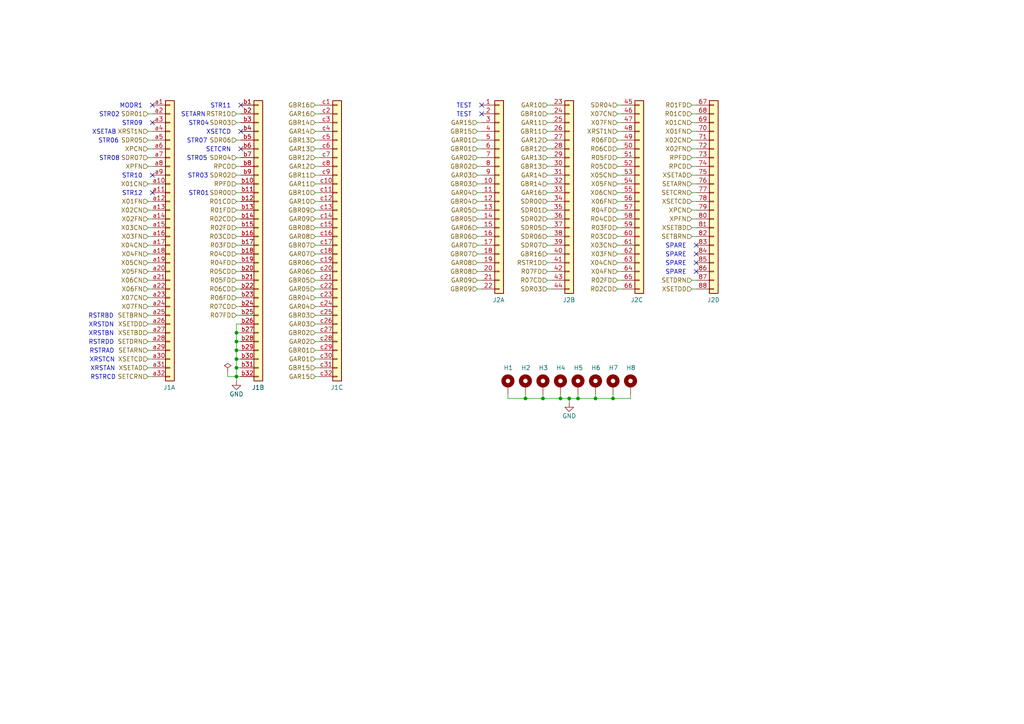
<source format=kicad_sch>
(kicad_sch (version 20211123) (generator eeschema)
  (paper "A4")
  (lib_symbols
    (symbol "Mechanical:MountingHole_Pad" (pin_numbers hide) (pin_names (offset 1.016) hide)
      (property "Reference" "H" (at 0 6.35 0))
      (property "Value" "MountingHole_Pad" (at 0 4.445 0))
      (symbol "MountingHole_Pad_1_1"
        (pin input line (at 0 -2.54 90) (length 2.54) (name "1") (number "1"))
      )
    )
    (symbol "lachesis:Conn_04x22" (pin_names (offset 1.016) hide)
      (property "Reference" "J" (at 0 30.48 0))
      (property "Value" "Conn_04x22" (at 0 -27.94 0))
      (symbol "Conn_04x22_1_1"
        (pin passive line (at -5.08 27.94 0) (length 3.81) (name "Pin_1") (number "1"))
        (pin passive line (at -5.08 5.08 0) (length 3.81) (name "Pin_10") (number "10"))
        (pin passive line (at -5.08 2.54 0) (length 3.81) (name "Pin_11") (number "11"))
        (pin passive line (at -5.08 0 0) (length 3.81) (name "Pin_12") (number "12"))
        (pin passive line (at -5.08 -2.54 0) (length 3.81) (name "Pin_13") (number "13"))
        (pin passive line (at -5.08 -5.08 0) (length 3.81) (name "Pin_14") (number "14"))
        (pin passive line (at -5.08 -7.62 0) (length 3.81) (name "Pin_15") (number "15"))
        (pin passive line (at -5.08 -10.16 0) (length 3.81) (name "Pin_16") (number "16"))
        (pin passive line (at -5.08 -12.7 0) (length 3.81) (name "Pin_17") (number "17"))
        (pin passive line (at -5.08 -15.24 0) (length 3.81) (name "Pin_18") (number "18"))
        (pin passive line (at -5.08 -17.78 0) (length 3.81) (name "Pin_19") (number "19"))
        (pin passive line (at -5.08 25.4 0) (length 3.81) (name "Pin_2") (number "2"))
        (pin passive line (at -5.08 -20.32 0) (length 3.81) (name "Pin_20") (number "20"))
        (pin passive line (at -5.08 -22.86 0) (length 3.81) (name "Pin_21") (number "21"))
        (pin passive line (at -5.08 -25.4 0) (length 3.81) (name "Pin_22") (number "22"))
        (pin passive line (at -5.08 22.86 0) (length 3.81) (name "Pin_3") (number "3"))
        (pin passive line (at -5.08 20.32 0) (length 3.81) (name "Pin_4") (number "4"))
        (pin passive line (at -5.08 17.78 0) (length 3.81) (name "Pin_5") (number "5"))
        (pin passive line (at -5.08 15.24 0) (length 3.81) (name "Pin_6") (number "6"))
        (pin passive line (at -5.08 12.7 0) (length 3.81) (name "Pin_7") (number "7"))
        (pin passive line (at -5.08 10.16 0) (length 3.81) (name "Pin_8") (number "8"))
        (pin passive line (at -5.08 7.62 0) (length 3.81) (name "Pin_9") (number "9"))
      )
      (symbol "Conn_04x22_2_1"
        (pin passive line (at -5.08 27.94 0) (length 3.81) (name "Pin_23") (number "23"))
        (pin passive line (at -5.08 25.4 0) (length 3.81) (name "Pin_24") (number "24"))
        (pin passive line (at -5.08 22.86 0) (length 3.81) (name "Pin_25") (number "25"))
        (pin passive line (at -5.08 20.32 0) (length 3.81) (name "Pin_26") (number "26"))
        (pin passive line (at -5.08 17.78 0) (length 3.81) (name "Pin_27") (number "27"))
        (pin passive line (at -5.08 15.24 0) (length 3.81) (name "Pin_28") (number "28"))
        (pin passive line (at -5.08 12.7 0) (length 3.81) (name "Pin_29") (number "29"))
        (pin passive line (at -5.08 10.16 0) (length 3.81) (name "Pin_30") (number "30"))
        (pin passive line (at -5.08 7.62 0) (length 3.81) (name "Pin_31") (number "31"))
        (pin passive line (at -5.08 5.08 0) (length 3.81) (name "Pin_32") (number "32"))
        (pin passive line (at -5.08 2.54 0) (length 3.81) (name "Pin_33") (number "33"))
        (pin passive line (at -5.08 0 0) (length 3.81) (name "Pin_34") (number "34"))
        (pin passive line (at -5.08 -2.54 0) (length 3.81) (name "Pin_35") (number "35"))
        (pin passive line (at -5.08 -5.08 0) (length 3.81) (name "Pin_36") (number "36"))
        (pin passive line (at -5.08 -7.62 0) (length 3.81) (name "Pin_37") (number "37"))
        (pin passive line (at -5.08 -10.16 0) (length 3.81) (name "Pin_38") (number "38"))
        (pin passive line (at -5.08 -12.7 0) (length 3.81) (name "Pin_39") (number "39"))
        (pin passive line (at -5.08 -15.24 0) (length 3.81) (name "Pin_40") (number "40"))
        (pin passive line (at -5.08 -17.78 0) (length 3.81) (name "Pin_41") (number "41"))
        (pin passive line (at -5.08 -20.32 0) (length 3.81) (name "Pin_42") (number "42"))
        (pin passive line (at -5.08 -22.86 0) (length 3.81) (name "Pin_43") (number "43"))
        (pin passive line (at -5.08 -25.4 0) (length 3.81) (name "Pin_44") (number "44"))
      )
      (symbol "Conn_04x22_3_1"
        (pin passive line (at -5.08 27.94 0) (length 3.81) (name "Pin_45") (number "45"))
        (pin passive line (at -5.08 25.4 0) (length 3.81) (name "Pin_46") (number "46"))
        (pin passive line (at -5.08 22.86 0) (length 3.81) (name "Pin_47") (number "47"))
        (pin passive line (at -5.08 20.32 0) (length 3.81) (name "Pin_48") (number "48"))
        (pin passive line (at -5.08 17.78 0) (length 3.81) (name "Pin_49") (number "49"))
        (pin passive line (at -5.08 15.24 0) (length 3.81) (name "Pin_50") (number "50"))
        (pin passive line (at -5.08 12.7 0) (length 3.81) (name "Pin_51") (number "51"))
        (pin passive line (at -5.08 10.16 0) (length 3.81) (name "Pin_52") (number "52"))
        (pin passive line (at -5.08 7.62 0) (length 3.81) (name "Pin_53") (number "53"))
        (pin passive line (at -5.08 5.08 0) (length 3.81) (name "Pin_54") (number "54"))
        (pin passive line (at -5.08 2.54 0) (length 3.81) (name "Pin_55") (number "55"))
        (pin passive line (at -5.08 0 0) (length 3.81) (name "Pin_56") (number "56"))
        (pin passive line (at -5.08 -2.54 0) (length 3.81) (name "Pin_57") (number "57"))
        (pin passive line (at -5.08 -5.08 0) (length 3.81) (name "Pin_58") (number "58"))
        (pin passive line (at -5.08 -7.62 0) (length 3.81) (name "Pin_59") (number "59"))
        (pin passive line (at -5.08 -10.16 0) (length 3.81) (name "Pin_60") (number "60"))
        (pin passive line (at -5.08 -12.7 0) (length 3.81) (name "Pin_61") (number "61"))
        (pin passive line (at -5.08 -15.24 0) (length 3.81) (name "Pin_62") (number "62"))
        (pin passive line (at -5.08 -17.78 0) (length 3.81) (name "Pin_63") (number "63"))
        (pin passive line (at -5.08 -20.32 0) (length 3.81) (name "Pin_64") (number "64"))
        (pin passive line (at -5.08 -22.86 0) (length 3.81) (name "Pin_65") (number "65"))
        (pin passive line (at -5.08 -25.4 0) (length 3.81) (name "Pin_66") (number "66"))
      )
      (symbol "Conn_04x22_4_1"
        (pin passive line (at -5.08 27.94 0) (length 3.81) (name "Pin_67") (number "67"))
        (pin passive line (at -5.08 25.4 0) (length 3.81) (name "Pin_68") (number "68"))
        (pin passive line (at -5.08 22.86 0) (length 3.81) (name "Pin_69") (number "69"))
        (pin passive line (at -5.08 20.32 0) (length 3.81) (name "Pin_70") (number "70"))
        (pin passive line (at -5.08 17.78 0) (length 3.81) (name "Pin_71") (number "71"))
        (pin passive line (at -5.08 15.24 0) (length 3.81) (name "Pin_72") (number "72"))
        (pin passive line (at -5.08 12.7 0) (length 3.81) (name "Pin_73") (number "73"))
        (pin passive line (at -5.08 10.16 0) (length 3.81) (name "Pin_74") (number "74"))
        (pin passive line (at -5.08 7.62 0) (length 3.81) (name "Pin_75") (number "75"))
        (pin passive line (at -5.08 5.08 0) (length 3.81) (name "Pin_76") (number "76"))
        (pin passive line (at -5.08 2.54 0) (length 3.81) (name "Pin_77") (number "77"))
        (pin passive line (at -5.08 0 0) (length 3.81) (name "Pin_78") (number "78"))
        (pin passive line (at -5.08 -2.54 0) (length 3.81) (name "Pin_79") (number "79"))
        (pin passive line (at -5.08 -5.08 0) (length 3.81) (name "Pin_80") (number "80"))
        (pin passive line (at -5.08 -7.62 0) (length 3.81) (name "Pin_81") (number "81"))
        (pin passive line (at -5.08 -10.16 0) (length 3.81) (name "Pin_82") (number "82"))
        (pin passive line (at -5.08 -12.7 0) (length 3.81) (name "Pin_83") (number "83"))
        (pin passive line (at -5.08 -15.24 0) (length 3.81) (name "Pin_84") (number "84"))
        (pin passive line (at -5.08 -17.78 0) (length 3.81) (name "Pin_85") (number "85"))
        (pin passive line (at -5.08 -20.32 0) (length 3.81) (name "Pin_86") (number "86"))
        (pin passive line (at -5.08 -22.86 0) (length 3.81) (name "Pin_87") (number "87"))
        (pin passive line (at -5.08 -25.4 0) (length 3.81) (name "Pin_88") (number "88"))
      )
    )
    (symbol "lachesis:DIN41612_03x32_C" (pin_names (offset 1.016) hide)
      (property "Reference" "J" (at 0 30.48 0))
      (property "Value" "DIN41612_03x32_C" (at 0 -53.34 0))
      (symbol "DIN41612_03x32_C_1_1"
        (pin passive line (at -5.08 27.94 0) (length 3.81) (name "~") (number "a1"))
        (pin passive line (at -5.08 5.08 0) (length 3.81) (name "~") (number "a10"))
        (pin passive line (at -5.08 2.54 0) (length 3.81) (name "~") (number "a11"))
        (pin passive line (at -5.08 0 0) (length 3.81) (name "~") (number "a12"))
        (pin passive line (at -5.08 -2.54 0) (length 3.81) (name "~") (number "a13"))
        (pin passive line (at -5.08 -5.08 0) (length 3.81) (name "~") (number "a14"))
        (pin passive line (at -5.08 -7.62 0) (length 3.81) (name "~") (number "a15"))
        (pin passive line (at -5.08 -10.16 0) (length 3.81) (name "~") (number "a16"))
        (pin passive line (at -5.08 -12.7 0) (length 3.81) (name "~") (number "a17"))
        (pin passive line (at -5.08 -15.24 0) (length 3.81) (name "~") (number "a18"))
        (pin passive line (at -5.08 -17.78 0) (length 3.81) (name "~") (number "a19"))
        (pin passive line (at -5.08 25.4 0) (length 3.81) (name "~") (number "a2"))
        (pin passive line (at -5.08 -20.32 0) (length 3.81) (name "~") (number "a20"))
        (pin passive line (at -5.08 -22.86 0) (length 3.81) (name "~") (number "a21"))
        (pin passive line (at -5.08 -25.4 0) (length 3.81) (name "~") (number "a22"))
        (pin passive line (at -5.08 -27.94 0) (length 3.81) (name "~") (number "a23"))
        (pin passive line (at -5.08 -30.48 0) (length 3.81) (name "~") (number "a24"))
        (pin passive line (at -5.08 -33.02 0) (length 3.81) (name "~") (number "a25"))
        (pin passive line (at -5.08 -35.56 0) (length 3.81) (name "~") (number "a26"))
        (pin passive line (at -5.08 -38.1 0) (length 3.81) (name "~") (number "a27"))
        (pin passive line (at -5.08 -40.64 0) (length 3.81) (name "~") (number "a28"))
        (pin passive line (at -5.08 -43.18 0) (length 3.81) (name "~") (number "a29"))
        (pin passive line (at -5.08 22.86 0) (length 3.81) (name "~") (number "a3"))
        (pin passive line (at -5.08 -45.72 0) (length 3.81) (name "~") (number "a30"))
        (pin passive line (at -5.08 -48.26 0) (length 3.81) (name "~") (number "a31"))
        (pin passive line (at -5.08 -50.8 0) (length 3.81) (name "~") (number "a32"))
        (pin passive line (at -5.08 20.32 0) (length 3.81) (name "~") (number "a4"))
        (pin passive line (at -5.08 17.78 0) (length 3.81) (name "~") (number "a5"))
        (pin passive line (at -5.08 15.24 0) (length 3.81) (name "~") (number "a6"))
        (pin passive line (at -5.08 12.7 0) (length 3.81) (name "~") (number "a7"))
        (pin passive line (at -5.08 10.16 0) (length 3.81) (name "~") (number "a8"))
        (pin passive line (at -5.08 7.62 0) (length 3.81) (name "~") (number "a9"))
      )
      (symbol "DIN41612_03x32_C_2_1"
        (pin passive line (at -5.08 27.94 0) (length 3.81) (name "~") (number "b1"))
        (pin passive line (at -5.08 5.08 0) (length 3.81) (name "~") (number "b10"))
        (pin passive line (at -5.08 2.54 0) (length 3.81) (name "~") (number "b11"))
        (pin passive line (at -5.08 0 0) (length 3.81) (name "~") (number "b12"))
        (pin passive line (at -5.08 -2.54 0) (length 3.81) (name "~") (number "b13"))
        (pin passive line (at -5.08 -5.08 0) (length 3.81) (name "~") (number "b14"))
        (pin passive line (at -5.08 -7.62 0) (length 3.81) (name "~") (number "b15"))
        (pin passive line (at -5.08 -10.16 0) (length 3.81) (name "~") (number "b16"))
        (pin passive line (at -5.08 -12.7 0) (length 3.81) (name "~") (number "b17"))
        (pin passive line (at -5.08 -15.24 0) (length 3.81) (name "~") (number "b18"))
        (pin passive line (at -5.08 -17.78 0) (length 3.81) (name "~") (number "b19"))
        (pin passive line (at -5.08 25.4 0) (length 3.81) (name "~") (number "b2"))
        (pin passive line (at -5.08 -20.32 0) (length 3.81) (name "~") (number "b20"))
        (pin passive line (at -5.08 -22.86 0) (length 3.81) (name "~") (number "b21"))
        (pin passive line (at -5.08 -25.4 0) (length 3.81) (name "~") (number "b22"))
        (pin passive line (at -5.08 -27.94 0) (length 3.81) (name "~") (number "b23"))
        (pin passive line (at -5.08 -30.48 0) (length 3.81) (name "~") (number "b24"))
        (pin passive line (at -5.08 -33.02 0) (length 3.81) (name "~") (number "b25"))
        (pin passive line (at -5.08 -35.56 0) (length 3.81) (name "~") (number "b26"))
        (pin passive line (at -5.08 -38.1 0) (length 3.81) (name "~") (number "b27"))
        (pin passive line (at -5.08 -40.64 0) (length 3.81) (name "~") (number "b28"))
        (pin passive line (at -5.08 -43.18 0) (length 3.81) (name "~") (number "b29"))
        (pin passive line (at -5.08 22.86 0) (length 3.81) (name "~") (number "b3"))
        (pin passive line (at -5.08 -45.72 0) (length 3.81) (name "~") (number "b30"))
        (pin passive line (at -5.08 -48.26 0) (length 3.81) (name "~") (number "b31"))
        (pin passive line (at -5.08 -50.8 0) (length 3.81) (name "~") (number "b32"))
        (pin passive line (at -5.08 20.32 0) (length 3.81) (name "~") (number "b4"))
        (pin passive line (at -5.08 17.78 0) (length 3.81) (name "~") (number "b5"))
        (pin passive line (at -5.08 15.24 0) (length 3.81) (name "~") (number "b6"))
        (pin passive line (at -5.08 12.7 0) (length 3.81) (name "~") (number "b7"))
        (pin passive line (at -5.08 10.16 0) (length 3.81) (name "~") (number "b8"))
        (pin passive line (at -5.08 7.62 0) (length 3.81) (name "~") (number "b9"))
      )
      (symbol "DIN41612_03x32_C_3_1"
        (pin passive line (at -5.08 27.94 0) (length 3.81) (name "~") (number "c1"))
        (pin passive line (at -5.08 5.08 0) (length 3.81) (name "~") (number "c10"))
        (pin passive line (at -5.08 2.54 0) (length 3.81) (name "~") (number "c11"))
        (pin passive line (at -5.08 0 0) (length 3.81) (name "~") (number "c12"))
        (pin passive line (at -5.08 -2.54 0) (length 3.81) (name "~") (number "c13"))
        (pin passive line (at -5.08 -5.08 0) (length 3.81) (name "~") (number "c14"))
        (pin passive line (at -5.08 -7.62 0) (length 3.81) (name "~") (number "c15"))
        (pin passive line (at -5.08 -10.16 0) (length 3.81) (name "~") (number "c16"))
        (pin passive line (at -5.08 -12.7 0) (length 3.81) (name "~") (number "c17"))
        (pin passive line (at -5.08 -15.24 0) (length 3.81) (name "~") (number "c18"))
        (pin passive line (at -5.08 -17.78 0) (length 3.81) (name "~") (number "c19"))
        (pin passive line (at -5.08 25.4 0) (length 3.81) (name "~") (number "c2"))
        (pin passive line (at -5.08 -20.32 0) (length 3.81) (name "~") (number "c20"))
        (pin passive line (at -5.08 -22.86 0) (length 3.81) (name "~") (number "c21"))
        (pin passive line (at -5.08 -25.4 0) (length 3.81) (name "~") (number "c22"))
        (pin passive line (at -5.08 -27.94 0) (length 3.81) (name "~") (number "c23"))
        (pin passive line (at -5.08 -30.48 0) (length 3.81) (name "~") (number "c24"))
        (pin passive line (at -5.08 -33.02 0) (length 3.81) (name "~") (number "c25"))
        (pin passive line (at -5.08 -35.56 0) (length 3.81) (name "~") (number "c26"))
        (pin passive line (at -5.08 -38.1 0) (length 3.81) (name "~") (number "c27"))
        (pin passive line (at -5.08 -40.64 0) (length 3.81) (name "~") (number "c28"))
        (pin passive line (at -5.08 -43.18 0) (length 3.81) (name "~") (number "c29"))
        (pin passive line (at -5.08 22.86 0) (length 3.81) (name "~") (number "c3"))
        (pin passive line (at -5.08 -45.72 0) (length 3.81) (name "~") (number "c30"))
        (pin passive line (at -5.08 -48.26 0) (length 3.81) (name "~") (number "c31"))
        (pin passive line (at -5.08 -50.8 0) (length 3.81) (name "~") (number "c32"))
        (pin passive line (at -5.08 20.32 0) (length 3.81) (name "~") (number "c4"))
        (pin passive line (at -5.08 17.78 0) (length 3.81) (name "~") (number "c5"))
        (pin passive line (at -5.08 15.24 0) (length 3.81) (name "~") (number "c6"))
        (pin passive line (at -5.08 12.7 0) (length 3.81) (name "~") (number "c7"))
        (pin passive line (at -5.08 10.16 0) (length 3.81) (name "~") (number "c8"))
        (pin passive line (at -5.08 7.62 0) (length 3.81) (name "~") (number "c9"))
      )
    )
    (symbol "power:GND" (power) (pin_names (offset 0))
      (property "Value" "GND" (at 0 -3.81 0))
      (symbol "GND_1_1"
        (pin power_in line (at 0 0 270) (length 0) hide (name "GND") (number "1"))
      )
    )
    (symbol "power:PWR_FLAG" (power) (pin_numbers hide) (pin_names (offset 0) hide)
      (property "Value" "PWR_FLAG" (at 0 3.81 0))
      (symbol "PWR_FLAG_0_0"
        (pin power_out line (at 0 0 90) (length 0) (name "pwr") (number "1"))
      )
    )
  )
  (junction (at 162.56 115.57))
  (junction (at 152.4 115.57))
  (junction (at 172.72 115.57))
  (junction (at 167.64 115.57))
  (junction (at 68.58 109.22))
  (junction (at 68.58 106.68))
  (junction (at 68.58 99.06))
  (junction (at 177.8 115.57))
  (junction (at 68.58 96.52))
  (junction (at 68.58 101.6))
  (junction (at 157.48 115.57))
  (junction (at 68.58 104.14))
  (junction (at 165.1 115.57))
  (no_connect (at 44.196 50.8))
  (no_connect (at 44.196 55.88))
  (no_connect (at 69.85 43.18))
  (no_connect (at 44.196 35.56))
  (no_connect (at 139.7 30.48))
  (no_connect (at 139.7 33.02))
  (no_connect (at 201.93 71.12))
  (no_connect (at 201.93 76.2))
  (no_connect (at 201.93 73.66))
  (no_connect (at 201.93 78.74))
  (no_connect (at 69.85 30.48))
  (no_connect (at 44.196 30.48))
  (no_connect (at 69.85 38.1))
  (wire (pts (xy 69.85 81.28) (xy 68.58 81.28)))
  (wire (pts (xy 179.07 76.2) (xy 180.34 76.2)))
  (wire (pts (xy 138.43 68.58) (xy 139.7 68.58)))
  (wire (pts (xy 138.43 66.04) (xy 139.7 66.04)))
  (wire (pts (xy 69.85 93.98) (xy 68.58 93.98)))
  (wire (pts (xy 92.71 45.72) (xy 91.44 45.72)))
  (wire (pts (xy 92.71 104.14) (xy 91.44 104.14)))
  (wire (pts (xy 179.07 30.48) (xy 180.34 30.48)))
  (wire (pts (xy 165.1 115.57) (xy 167.64 115.57)))
  (wire (pts (xy 167.64 115.57) (xy 167.64 114.3)))
  (wire (pts (xy 68.58 96.52) (xy 68.58 99.06)))
  (wire (pts (xy 200.66 45.72) (xy 201.93 45.72)))
  (wire (pts (xy 138.43 58.42) (xy 139.7 58.42)))
  (wire (pts (xy 157.48 115.57) (xy 157.48 114.3)))
  (wire (pts (xy 69.85 68.58) (xy 68.58 68.58)))
  (wire (pts (xy 158.75 81.28) (xy 160.02 81.28)))
  (wire (pts (xy 68.58 104.14) (xy 69.85 104.14)))
  (wire (pts (xy 69.85 91.44) (xy 68.58 91.44)))
  (wire (pts (xy 179.07 33.02) (xy 180.34 33.02)))
  (wire (pts (xy 69.85 45.72) (xy 68.58 45.72)))
  (wire (pts (xy 200.66 60.96) (xy 201.93 60.96)))
  (wire (pts (xy 92.71 40.64) (xy 91.44 40.64)))
  (wire (pts (xy 179.07 40.64) (xy 180.34 40.64)))
  (wire (pts (xy 200.66 55.88) (xy 201.93 55.88)))
  (wire (pts (xy 172.72 115.57) (xy 177.8 115.57)))
  (wire (pts (xy 158.75 40.64) (xy 160.02 40.64)))
  (wire (pts (xy 69.85 33.02) (xy 68.58 33.02)))
  (wire (pts (xy 138.43 60.96) (xy 139.7 60.96)))
  (wire (pts (xy 92.71 83.82) (xy 91.44 83.82)))
  (wire (pts (xy 44.196 96.52) (xy 42.926 96.52)))
  (wire (pts (xy 92.71 63.5) (xy 91.44 63.5)))
  (wire (pts (xy 182.88 115.57) (xy 182.88 114.3)))
  (wire (pts (xy 179.07 73.66) (xy 180.34 73.66)))
  (wire (pts (xy 44.196 38.1) (xy 42.926 38.1)))
  (wire (pts (xy 200.66 33.02) (xy 201.93 33.02)))
  (wire (pts (xy 44.196 93.98) (xy 42.926 93.98)))
  (wire (pts (xy 200.66 50.8) (xy 201.93 50.8)))
  (wire (pts (xy 69.85 48.26) (xy 68.58 48.26)))
  (wire (pts (xy 44.196 66.04) (xy 42.926 66.04)))
  (wire (pts (xy 179.07 38.1) (xy 180.34 38.1)))
  (wire (pts (xy 179.07 78.74) (xy 180.34 78.74)))
  (wire (pts (xy 68.58 101.6) (xy 68.58 104.14)))
  (wire (pts (xy 200.66 66.04) (xy 201.93 66.04)))
  (wire (pts (xy 138.43 78.74) (xy 139.7 78.74)))
  (wire (pts (xy 138.43 55.88) (xy 139.7 55.88)))
  (wire (pts (xy 200.66 53.34) (xy 201.93 53.34)))
  (wire (pts (xy 68.58 109.22) (xy 68.58 110.49)))
  (wire (pts (xy 92.71 58.42) (xy 91.44 58.42)))
  (wire (pts (xy 200.66 43.18) (xy 201.93 43.18)))
  (wire (pts (xy 92.71 91.44) (xy 91.44 91.44)))
  (wire (pts (xy 92.71 38.1) (xy 91.44 38.1)))
  (wire (pts (xy 200.66 58.42) (xy 201.93 58.42)))
  (wire (pts (xy 44.196 53.34) (xy 42.926 53.34)))
  (wire (pts (xy 92.71 35.56) (xy 91.44 35.56)))
  (wire (pts (xy 138.43 73.66) (xy 139.7 73.66)))
  (wire (pts (xy 158.75 63.5) (xy 160.02 63.5)))
  (wire (pts (xy 66.04 107.95) (xy 66.04 109.22)))
  (wire (pts (xy 92.71 48.26) (xy 91.44 48.26)))
  (wire (pts (xy 158.75 68.58) (xy 160.02 68.58)))
  (wire (pts (xy 68.58 93.98) (xy 68.58 96.52)))
  (wire (pts (xy 179.07 50.8) (xy 180.34 50.8)))
  (wire (pts (xy 44.196 81.28) (xy 42.926 81.28)))
  (wire (pts (xy 158.75 73.66) (xy 160.02 73.66)))
  (wire (pts (xy 92.71 66.04) (xy 91.44 66.04)))
  (wire (pts (xy 92.71 88.9) (xy 91.44 88.9)))
  (wire (pts (xy 68.58 106.68) (xy 68.58 109.22)))
  (wire (pts (xy 92.71 96.52) (xy 91.44 96.52)))
  (wire (pts (xy 179.07 68.58) (xy 180.34 68.58)))
  (wire (pts (xy 158.75 30.48) (xy 160.02 30.48)))
  (wire (pts (xy 158.75 83.82) (xy 160.02 83.82)))
  (wire (pts (xy 179.07 66.04) (xy 180.34 66.04)))
  (wire (pts (xy 200.66 40.64) (xy 201.93 40.64)))
  (wire (pts (xy 44.196 43.18) (xy 42.926 43.18)))
  (wire (pts (xy 69.85 71.12) (xy 68.58 71.12)))
  (wire (pts (xy 179.07 60.96) (xy 180.34 60.96)))
  (wire (pts (xy 158.75 71.12) (xy 160.02 71.12)))
  (wire (pts (xy 138.43 40.64) (xy 139.7 40.64)))
  (wire (pts (xy 44.196 91.44) (xy 42.926 91.44)))
  (wire (pts (xy 92.71 73.66) (xy 91.44 73.66)))
  (wire (pts (xy 179.07 81.28) (xy 180.34 81.28)))
  (wire (pts (xy 138.43 71.12) (xy 139.7 71.12)))
  (wire (pts (xy 44.196 101.6) (xy 42.926 101.6)))
  (wire (pts (xy 69.85 35.56) (xy 68.58 35.56)))
  (wire (pts (xy 69.85 53.34) (xy 68.58 53.34)))
  (wire (pts (xy 68.58 101.6) (xy 69.85 101.6)))
  (wire (pts (xy 44.196 63.5) (xy 42.926 63.5)))
  (wire (pts (xy 138.43 50.8) (xy 139.7 50.8)))
  (wire (pts (xy 92.71 101.6) (xy 91.44 101.6)))
  (wire (pts (xy 44.196 86.36) (xy 42.926 86.36)))
  (wire (pts (xy 158.75 76.2) (xy 160.02 76.2)))
  (wire (pts (xy 158.75 45.72) (xy 160.02 45.72)))
  (wire (pts (xy 92.71 30.48) (xy 91.44 30.48)))
  (wire (pts (xy 165.1 115.57) (xy 165.1 116.84)))
  (wire (pts (xy 158.75 60.96) (xy 160.02 60.96)))
  (wire (pts (xy 92.71 55.88) (xy 91.44 55.88)))
  (wire (pts (xy 158.75 55.88) (xy 160.02 55.88)))
  (wire (pts (xy 44.196 109.22) (xy 42.926 109.22)))
  (wire (pts (xy 158.75 43.18) (xy 160.02 43.18)))
  (wire (pts (xy 69.85 73.66) (xy 68.58 73.66)))
  (wire (pts (xy 68.58 99.06) (xy 69.85 99.06)))
  (wire (pts (xy 158.75 78.74) (xy 160.02 78.74)))
  (wire (pts (xy 69.85 58.42) (xy 68.58 58.42)))
  (wire (pts (xy 177.8 115.57) (xy 182.88 115.57)))
  (wire (pts (xy 138.43 53.34) (xy 139.7 53.34)))
  (wire (pts (xy 69.85 86.36) (xy 68.58 86.36)))
  (wire (pts (xy 138.43 45.72) (xy 139.7 45.72)))
  (wire (pts (xy 69.85 50.8) (xy 68.58 50.8)))
  (wire (pts (xy 44.196 45.72) (xy 42.926 45.72)))
  (wire (pts (xy 158.75 48.26) (xy 160.02 48.26)))
  (wire (pts (xy 158.75 35.56) (xy 160.02 35.56)))
  (wire (pts (xy 69.85 78.74) (xy 68.58 78.74)))
  (wire (pts (xy 179.07 43.18) (xy 180.34 43.18)))
  (wire (pts (xy 44.196 58.42) (xy 42.926 58.42)))
  (wire (pts (xy 92.71 86.36) (xy 91.44 86.36)))
  (wire (pts (xy 44.196 88.9) (xy 42.926 88.9)))
  (wire (pts (xy 92.71 60.96) (xy 91.44 60.96)))
  (wire (pts (xy 179.07 48.26) (xy 180.34 48.26)))
  (wire (pts (xy 179.07 58.42) (xy 180.34 58.42)))
  (wire (pts (xy 44.196 73.66) (xy 42.926 73.66)))
  (wire (pts (xy 138.43 63.5) (xy 139.7 63.5)))
  (wire (pts (xy 162.56 115.57) (xy 162.56 114.3)))
  (wire (pts (xy 44.196 104.14) (xy 42.926 104.14)))
  (wire (pts (xy 69.85 63.5) (xy 68.58 63.5)))
  (wire (pts (xy 177.8 115.57) (xy 177.8 114.3)))
  (wire (pts (xy 179.07 83.82) (xy 180.34 83.82)))
  (wire (pts (xy 179.07 35.56) (xy 180.34 35.56)))
  (wire (pts (xy 162.56 115.57) (xy 165.1 115.57)))
  (wire (pts (xy 200.66 35.56) (xy 201.93 35.56)))
  (wire (pts (xy 158.75 38.1) (xy 160.02 38.1)))
  (wire (pts (xy 138.43 35.56) (xy 139.7 35.56)))
  (wire (pts (xy 68.58 106.68) (xy 69.85 106.68)))
  (wire (pts (xy 200.66 68.58) (xy 201.93 68.58)))
  (wire (pts (xy 92.71 106.68) (xy 91.44 106.68)))
  (wire (pts (xy 44.196 78.74) (xy 42.926 78.74)))
  (wire (pts (xy 69.85 55.88) (xy 68.58 55.88)))
  (wire (pts (xy 172.72 115.57) (xy 172.72 114.3)))
  (wire (pts (xy 92.71 68.58) (xy 91.44 68.58)))
  (wire (pts (xy 44.196 76.2) (xy 42.926 76.2)))
  (wire (pts (xy 92.71 33.02) (xy 91.44 33.02)))
  (wire (pts (xy 44.196 99.06) (xy 42.926 99.06)))
  (wire (pts (xy 158.75 50.8) (xy 160.02 50.8)))
  (wire (pts (xy 68.58 96.52) (xy 69.85 96.52)))
  (wire (pts (xy 68.58 109.22) (xy 69.85 109.22)))
  (wire (pts (xy 42.926 106.68) (xy 44.196 106.68)))
  (wire (pts (xy 157.48 115.57) (xy 162.56 115.57)))
  (wire (pts (xy 200.66 63.5) (xy 201.93 63.5)))
  (wire (pts (xy 69.85 76.2) (xy 68.58 76.2)))
  (wire (pts (xy 167.64 115.57) (xy 172.72 115.57)))
  (wire (pts (xy 179.07 63.5) (xy 180.34 63.5)))
  (wire (pts (xy 92.71 81.28) (xy 91.44 81.28)))
  (wire (pts (xy 147.32 114.3) (xy 147.32 115.57)))
  (wire (pts (xy 138.43 48.26) (xy 139.7 48.26)))
  (wire (pts (xy 179.07 53.34) (xy 180.34 53.34)))
  (wire (pts (xy 92.71 78.74) (xy 91.44 78.74)))
  (wire (pts (xy 92.71 93.98) (xy 91.44 93.98)))
  (wire (pts (xy 138.43 81.28) (xy 139.7 81.28)))
  (wire (pts (xy 147.32 115.57) (xy 152.4 115.57)))
  (wire (pts (xy 69.85 88.9) (xy 68.58 88.9)))
  (wire (pts (xy 158.75 33.02) (xy 160.02 33.02)))
  (wire (pts (xy 158.75 66.04) (xy 160.02 66.04)))
  (wire (pts (xy 44.196 71.12) (xy 42.926 71.12)))
  (wire (pts (xy 92.71 53.34) (xy 91.44 53.34)))
  (wire (pts (xy 69.85 40.64) (xy 68.58 40.64)))
  (wire (pts (xy 200.66 38.1) (xy 201.93 38.1)))
  (wire (pts (xy 179.07 45.72) (xy 180.34 45.72)))
  (wire (pts (xy 44.196 33.02) (xy 42.926 33.02)))
  (wire (pts (xy 92.71 43.18) (xy 91.44 43.18)))
  (wire (pts (xy 44.196 83.82) (xy 42.926 83.82)))
  (wire (pts (xy 92.71 99.06) (xy 91.44 99.06)))
  (wire (pts (xy 152.4 114.3) (xy 152.4 115.57)))
  (wire (pts (xy 44.196 60.96) (xy 42.926 60.96)))
  (wire (pts (xy 68.58 99.06) (xy 68.58 101.6)))
  (wire (pts (xy 44.196 40.64) (xy 42.926 40.64)))
  (wire (pts (xy 138.43 76.2) (xy 139.7 76.2)))
  (wire (pts (xy 68.58 109.22) (xy 66.04 109.22)))
  (wire (pts (xy 152.4 115.57) (xy 157.48 115.57)))
  (wire (pts (xy 92.71 109.22) (xy 91.44 109.22)))
  (wire (pts (xy 138.43 43.18) (xy 139.7 43.18)))
  (wire (pts (xy 92.71 76.2) (xy 91.44 76.2)))
  (wire (pts (xy 158.75 58.42) (xy 160.02 58.42)))
  (wire (pts (xy 158.75 53.34) (xy 160.02 53.34)))
  (wire (pts (xy 44.196 68.58) (xy 42.926 68.58)))
  (wire (pts (xy 179.07 71.12) (xy 180.34 71.12)))
  (wire (pts (xy 138.43 83.82) (xy 139.7 83.82)))
  (wire (pts (xy 69.85 83.82) (xy 68.58 83.82)))
  (wire (pts (xy 138.43 38.1) (xy 139.7 38.1)))
  (wire (pts (xy 200.66 48.26) (xy 201.93 48.26)))
  (wire (pts (xy 92.71 50.8) (xy 91.44 50.8)))
  (wire (pts (xy 200.66 83.82) (xy 201.93 83.82)))
  (wire (pts (xy 92.71 71.12) (xy 91.44 71.12)))
  (wire (pts (xy 44.196 48.26) (xy 42.926 48.26)))
  (wire (pts (xy 179.07 55.88) (xy 180.34 55.88)))
  (wire (pts (xy 200.66 30.48) (xy 201.93 30.48)))
  (wire (pts (xy 68.58 104.14) (xy 68.58 106.68)))
  (wire (pts (xy 69.85 66.04) (xy 68.58 66.04)))
  (wire (pts (xy 200.66 81.28) (xy 201.93 81.28)))
  (wire (pts (xy 69.85 60.96) (xy 68.58 60.96)))
  (text "STR02" (at 28.702 34.036 0) (effects (font (size 1.27 1.27)) (justify left bottom)))
  (text "STR09" (at 41.402 36.576 180) (effects (font (size 1.27 1.27)) (justify right bottom)))
  (text "XRSTCN" (at 25.908 105.156 0) (effects (font (size 1.27 1.27)) (justify left bottom)))
  (text "RSTRAD" (at 25.908 102.616 0) (effects (font (size 1.27 1.27)) (justify left bottom)))
  (text "STR12" (at 41.402 56.896 180) (effects (font (size 1.27 1.27)) (justify right bottom)))
  (text "XRSTDN" (at 25.654 94.996 0) (effects (font (size 1.27 1.27)) (justify left bottom)))
  (text "XRSTAN" (at 26.162 107.696 0) (effects (font (size 1.27 1.27)) (justify left bottom)))
  (text "XRSTBN" (at 25.654 97.536 0) (effects (font (size 1.27 1.27)) (justify left bottom)))
  (text "TEST" (at 132.334 31.496 0) (effects (font (size 1.27 1.27)) (justify left bottom)))
  (text "XSETAB" (at 26.67 39.116 0) (effects (font (size 1.27 1.27)) (justify left bottom)))
  (text "SETARN" (at 59.69 34.036 180) (effects (font (size 1.27 1.27)) (justify right bottom)))
  (text "TEST" (at 132.334 34.036 0) (effects (font (size 1.27 1.27)) (justify left bottom)))
  (text "XSETCD" (at 67.056 39.116 180) (effects (font (size 1.27 1.27)) (justify right bottom)))
  (text "SETCRN" (at 67.056 44.196 180) (effects (font (size 1.27 1.27)) (justify right bottom)))
  (text "MODR1" (at 41.402 31.496 180) (effects (font (size 1.27 1.27)) (justify right bottom)))
  (text "SPARE" (at 199.136 77.216 180) (effects (font (size 1.27 1.27)) (justify right bottom)))
  (text "STR11" (at 67.056 31.496 180) (effects (font (size 1.27 1.27)) (justify right bottom)))
  (text "RSTRDD" (at 25.654 100.076 0) (effects (font (size 1.27 1.27)) (justify left bottom)))
  (text "STR10" (at 41.402 51.816 180) (effects (font (size 1.27 1.27)) (justify right bottom)))
  (text "RSTRCD" (at 26.162 110.236 0) (effects (font (size 1.27 1.27)) (justify left bottom)))
  (text "SPARE" (at 199.136 74.676 180) (effects (font (size 1.27 1.27)) (justify right bottom)))
  (text "SPARE" (at 199.136 79.756 180) (effects (font (size 1.27 1.27)) (justify right bottom)))
  (text "RSTRBD" (at 33.02 92.456 180) (effects (font (size 1.27 1.27)) (justify right bottom)))
  (text "STR08" (at 28.702 46.736 0) (effects (font (size 1.27 1.27)) (justify left bottom)))
  (text "STR06" (at 28.448 41.656 0) (effects (font (size 1.27 1.27)) (justify left bottom)))
  (text "STR07" (at 60.198 41.656 180) (effects (font (size 1.27 1.27)) (justify right bottom)))
  (text "STR01" (at 60.706 56.896 180) (effects (font (size 1.27 1.27)) (justify right bottom)))
  (text "SPARE" (at 199.136 72.136 180) (effects (font (size 1.27 1.27)) (justify right bottom)))
  (text "STR04" (at 60.706 36.576 180) (effects (font (size 1.27 1.27)) (justify right bottom)))
  (text "STR03" (at 60.452 51.816 180) (effects (font (size 1.27 1.27)) (justify right bottom)))
  (text "STR05" (at 60.198 46.736 180) (effects (font (size 1.27 1.27)) (justify right bottom)))
  (hierarchical_label "GAR13" (shape input) (at 158.75 45.72 180))
  (hierarchical_label "R03CD" (shape input) (at 68.58 68.58 180))
  (hierarchical_label "X05CN" (shape input) (at 179.07 50.8 180))
  (hierarchical_label "XSETDD" (shape input) (at 200.66 83.82 180))
  (hierarchical_label "GBR01" (shape input) (at 138.43 43.18 180))
  (hierarchical_label "RPFD" (shape input) (at 68.58 53.34 180))
  (hierarchical_label "GBR02" (shape input) (at 138.43 48.26 180))
  (hierarchical_label "SDR01" (shape input) (at 158.75 60.96 180))
  (hierarchical_label "RSTR1D" (shape input) (at 68.58 33.02 180))
  (hierarchical_label "X01CN" (shape input) (at 200.66 35.56 180))
  (hierarchical_label "GBR12" (shape input) (at 158.75 43.18 180))
  (hierarchical_label "R01CD" (shape input) (at 68.58 58.42 180))
  (hierarchical_label "X03FN" (shape input) (at 42.926 68.58 180))
  (hierarchical_label "R02CD" (shape input) (at 179.07 83.82 180))
  (hierarchical_label "R04FD" (shape input) (at 68.58 76.2 180))
  (hierarchical_label "GAR10" (shape input) (at 91.44 58.42 180))
  (hierarchical_label "GBR13" (shape input) (at 91.44 40.64 180))
  (hierarchical_label "GBR11" (shape input) (at 91.44 50.8 180))
  (hierarchical_label "GBR01" (shape input) (at 91.44 101.6 180))
  (hierarchical_label "X04CN" (shape input) (at 42.926 71.12 180))
  (hierarchical_label "X03CN" (shape input) (at 179.07 71.12 180))
  (hierarchical_label "R07CD" (shape input) (at 68.58 88.9 180))
  (hierarchical_label "R06CD" (shape input) (at 179.07 43.18 180))
  (hierarchical_label "SDR07" (shape input) (at 158.75 71.12 180))
  (hierarchical_label "GAR09" (shape input) (at 91.44 63.5 180))
  (hierarchical_label "GBR10" (shape input) (at 158.75 33.02 180))
  (hierarchical_label "R03FD" (shape input) (at 179.07 66.04 180))
  (hierarchical_label "GAR04" (shape input) (at 91.44 88.9 180))
  (hierarchical_label "SDR06" (shape input) (at 68.58 40.64 180))
  (hierarchical_label "GBR08" (shape input) (at 138.43 78.74 180))
  (hierarchical_label "X05FN" (shape input) (at 179.07 53.34 180))
  (hierarchical_label "GBR03" (shape input) (at 91.44 91.44 180))
  (hierarchical_label "GAR16" (shape input) (at 91.44 33.02 180))
  (hierarchical_label "XSETCD" (shape input) (at 42.926 104.14 180))
  (hierarchical_label "X05FN" (shape input) (at 42.926 78.74 180))
  (hierarchical_label "R05FD" (shape input) (at 68.58 81.28 180))
  (hierarchical_label "X02FN" (shape input) (at 200.66 43.18 180))
  (hierarchical_label "GAR08" (shape input) (at 91.44 68.58 180))
  (hierarchical_label "SETARN" (shape input) (at 200.66 53.34 180))
  (hierarchical_label "R03CD" (shape input) (at 179.07 68.58 180))
  (hierarchical_label "R01CD" (shape input) (at 200.66 33.02 180))
  (hierarchical_label "R05CD" (shape input) (at 68.58 78.74 180))
  (hierarchical_label "X06FN" (shape input) (at 42.926 83.82 180))
  (hierarchical_label "GAR04" (shape input) (at 138.43 55.88 180))
  (hierarchical_label "GBR07" (shape input) (at 138.43 73.66 180))
  (hierarchical_label "X04CN" (shape input) (at 179.07 76.2 180))
  (hierarchical_label "RPCD" (shape input) (at 200.66 48.26 180))
  (hierarchical_label "GBR09" (shape input) (at 138.43 83.82 180))
  (hierarchical_label "X06FN" (shape input) (at 179.07 58.42 180))
  (hierarchical_label "GBR07" (shape input) (at 91.44 71.12 180))
  (hierarchical_label "GBR14" (shape input) (at 91.44 35.56 180))
  (hierarchical_label "GBR15" (shape input) (at 138.43 38.1 180))
  (hierarchical_label "GAR15" (shape input) (at 138.43 35.56 180))
  (hierarchical_label "X06CN" (shape input) (at 179.07 55.88 180))
  (hierarchical_label "SETBRN" (shape input) (at 200.66 68.58 180))
  (hierarchical_label "SDR02" (shape input) (at 68.58 50.8 180))
  (hierarchical_label "GBR06" (shape input) (at 138.43 68.58 180))
  (hierarchical_label "GBR08" (shape input) (at 91.44 66.04 180))
  (hierarchical_label "SETARN" (shape input) (at 42.926 101.6 180))
  (hierarchical_label "X02FN" (shape input) (at 42.926 63.5 180))
  (hierarchical_label "X03FN" (shape input) (at 179.07 73.66 180))
  (hierarchical_label "SETBRN" (shape input) (at 42.926 91.44 180))
  (hierarchical_label "X04FN" (shape input) (at 179.07 78.74 180))
  (hierarchical_label "GBR13" (shape input) (at 158.75 48.26 180))
  (hierarchical_label "SDR00" (shape input) (at 158.75 58.42 180))
  (hierarchical_label "GAR12" (shape input) (at 91.44 48.26 180))
  (hierarchical_label "GAR11" (shape input) (at 158.75 35.56 180))
  (hierarchical_label "XPCN" (shape input) (at 200.66 60.96 180))
  (hierarchical_label "GBR15" (shape input) (at 91.44 106.68 180))
  (hierarchical_label "GAR11" (shape input) (at 91.44 53.34 180))
  (hierarchical_label "GAR02" (shape input) (at 138.43 45.72 180))
  (hierarchical_label "GBR05" (shape input) (at 138.43 63.5 180))
  (hierarchical_label "R06FD" (shape input) (at 179.07 40.64 180))
  (hierarchical_label "GBR16" (shape input) (at 91.44 30.48 180))
  (hierarchical_label "GAR05" (shape input) (at 91.44 83.82 180))
  (hierarchical_label "GAR03" (shape input) (at 138.43 50.8 180))
  (hierarchical_label "R05FD" (shape input) (at 179.07 45.72 180))
  (hierarchical_label "R05CD" (shape input) (at 179.07 48.26 180))
  (hierarchical_label "X05CN" (shape input) (at 42.926 76.2 180))
  (hierarchical_label "SDR03" (shape input) (at 158.75 83.82 180))
  (hierarchical_label "SDR01" (shape input) (at 42.926 33.02 180))
  (hierarchical_label "X07CN" (shape input) (at 179.07 33.02 180))
  (hierarchical_label "GBR16" (shape input) (at 158.75 73.66 180))
  (hierarchical_label "R06FD" (shape input) (at 68.58 86.36 180))
  (hierarchical_label "GAR06" (shape input) (at 91.44 78.74 180))
  (hierarchical_label "GBR03" (shape input) (at 138.43 53.34 180))
  (hierarchical_label "GBR14" (shape input) (at 158.75 53.34 180))
  (hierarchical_label "R03FD" (shape input) (at 68.58 71.12 180))
  (hierarchical_label "XSETCD" (shape input) (at 200.66 58.42 180))
  (hierarchical_label "X01CN" (shape input) (at 42.926 53.34 180))
  (hierarchical_label "GAR02" (shape input) (at 91.44 99.06 180))
  (hierarchical_label "XSETAD" (shape input) (at 200.66 50.8 180))
  (hierarchical_label "SDR00" (shape input) (at 68.58 55.88 180))
  (hierarchical_label "GBR02" (shape input) (at 91.44 96.52 180))
  (hierarchical_label "XRST1N" (shape input) (at 42.926 38.1 180))
  (hierarchical_label "XRST1N" (shape input) (at 179.07 38.1 180))
  (hierarchical_label "R06CD" (shape input) (at 68.58 83.82 180))
  (hierarchical_label "SDR04" (shape input) (at 179.07 30.48 180))
  (hierarchical_label "RPCD" (shape input) (at 68.58 48.26 180))
  (hierarchical_label "GBR10" (shape input) (at 91.44 55.88 180))
  (hierarchical_label "SDR02" (shape input) (at 158.75 63.5 180))
  (hierarchical_label "GAR03" (shape input) (at 91.44 93.98 180))
  (hierarchical_label "GAR10" (shape input) (at 158.75 30.48 180))
  (hierarchical_label "XSETAD" (shape input) (at 42.926 106.68 180))
  (hierarchical_label "RSTR1D" (shape input) (at 158.75 76.2 180))
  (hierarchical_label "GAR14" (shape input) (at 91.44 38.1 180))
  (hierarchical_label "R02FD" (shape input) (at 68.58 66.04 180))
  (hierarchical_label "GAR14" (shape input) (at 158.75 50.8 180))
  (hierarchical_label "GAR07" (shape input) (at 138.43 71.12 180))
  (hierarchical_label "SETCRN" (shape input) (at 200.66 55.88 180))
  (hierarchical_label "X07FN" (shape input) (at 42.926 88.9 180))
  (hierarchical_label "X04FN" (shape input) (at 42.926 73.66 180))
  (hierarchical_label "GBR11" (shape input) (at 158.75 38.1 180))
  (hierarchical_label "SDR05" (shape input) (at 42.926 40.64 180))
  (hierarchical_label "GAR13" (shape input) (at 91.44 43.18 180))
  (hierarchical_label "GAR12" (shape input) (at 158.75 40.64 180))
  (hierarchical_label "R07FD" (shape input) (at 158.75 78.74 180))
  (hierarchical_label "X01FN" (shape input) (at 200.66 38.1 180))
  (hierarchical_label "SETDRN" (shape input) (at 42.926 99.06 180))
  (hierarchical_label "GAR09" (shape input) (at 138.43 81.28 180))
  (hierarchical_label "R02CD" (shape input) (at 68.58 63.5 180))
  (hierarchical_label "GAR05" (shape input) (at 138.43 60.96 180))
  (hierarchical_label "XPFN" (shape input) (at 42.926 48.26 180))
  (hierarchical_label "GBR12" (shape input) (at 91.44 45.72 180))
  (hierarchical_label "X03CN" (shape input) (at 42.926 66.04 180))
  (hierarchical_label "R04FD" (shape input) (at 179.07 60.96 180))
  (hierarchical_label "R04CD" (shape input) (at 179.07 63.5 180))
  (hierarchical_label "GAR01" (shape input) (at 91.44 104.14 180))
  (hierarchical_label "GAR01" (shape input) (at 138.43 40.64 180))
  (hierarchical_label "GBR06" (shape input) (at 91.44 76.2 180))
  (hierarchical_label "GBR04" (shape input) (at 138.43 58.42 180))
  (hierarchical_label "GAR15" (shape input) (at 91.44 109.22 180))
  (hierarchical_label "XSETBD" (shape input) (at 200.66 66.04 180))
  (hierarchical_label "SDR05" (shape input) (at 158.75 66.04 180))
  (hierarchical_label "SDR07" (shape input) (at 42.926 45.72 180))
  (hierarchical_label "XSETDD" (shape input) (at 42.926 93.98 180))
  (hierarchical_label "X02CN" (shape input) (at 42.926 60.96 180))
  (hierarchical_label "SETDRN" (shape input) (at 200.66 81.28 180))
  (hierarchical_label "X07CN" (shape input) (at 42.926 86.36 180))
  (hierarchical_label "GBR04" (shape input) (at 91.44 86.36 180))
  (hierarchical_label "GBR09" (shape input) (at 91.44 60.96 180))
  (hierarchical_label "XSETBD" (shape input) (at 42.926 96.52 180))
  (hierarchical_label "R01FD" (shape input) (at 200.66 30.48 180))
  (hierarchical_label "SDR03" (shape input) (at 68.58 35.56 180))
  (hierarchical_label "GAR08" (shape input) (at 138.43 76.2 180))
  (hierarchical_label "X01FN" (shape input) (at 42.926 58.42 180))
  (hierarchical_label "SDR06" (shape input) (at 158.75 68.58 180))
  (hierarchical_label "RPFD" (shape input) (at 200.66 45.72 180))
  (hierarchical_label "R02FD" (shape input) (at 179.07 81.28 180))
  (hierarchical_label "R04CD" (shape input) (at 68.58 73.66 180))
  (hierarchical_label "R01FD" (shape input) (at 68.58 60.96 180))
  (hierarchical_label "X06CN" (shape input) (at 42.926 81.28 180))
  (hierarchical_label "XPFN" (shape input) (at 200.66 63.5 180))
  (hierarchical_label "SDR04" (shape input) (at 68.58 45.72 180))
  (hierarchical_label "R07FD" (shape input) (at 68.58 91.44 180))
  (hierarchical_label "X02CN" (shape input) (at 200.66 40.64 180))
  (hierarchical_label "XPCN" (shape input) (at 42.926 43.18 180))
  (hierarchical_label "GBR05" (shape input) (at 91.44 81.28 180))
  (hierarchical_label "GAR06" (shape input) (at 138.43 66.04 180))
  (hierarchical_label "R07CD" (shape input) (at 158.75 81.28 180))
  (hierarchical_label "SETCRN" (shape input) (at 42.926 109.22 180))
  (hierarchical_label "X07FN" (shape input) (at 179.07 35.56 180))
  (hierarchical_label "GAR07" (shape input) (at 91.44 73.66 180))
  (hierarchical_label "GAR16" (shape input) (at 158.75 55.88 180))
  (symbol (lib_id "lachesis:DIN41612_03x32_C") (at 49.276 58.42 0) (unit 1)
    (property "Reference" "J1" (at 47.371 112.395 0) (effects (justify left)))
    (property "Value" "DIN41612_03x32_C" (effects hide))
    (property "Footprint" "Connector_DIN:DIN41612_R_3x32_Male_Vertical_THT" (effects hide))
  )
  (symbol (lib_id "lachesis:Conn_04x22") (at 185.42 58.42 0) (unit 3)
    (property "Reference" "J2" (at 182.88 86.995 0) (effects (justify left)))
    (property "Value" "Conn_04x22" (effects hide))
    (property "Footprint" "lachesis:Block1_Connector" (effects hide))
  )
  (symbol (lib_id "Mechanical:MountingHole_Pad") (at 177.8 111.76 0) (unit 1)
    (property "Reference" "H7" (at 176.53 106.68 0) (effects (justify left)))
    (property "Value" "MountingHole_Pad" (effects hide))
    (property "Footprint" "lachesis:MountingHole_No2_Pad" (effects hide))
  )
  (symbol (lib_id "Mechanical:MountingHole_Pad") (at 162.56 111.76 0) (unit 1)
    (property "Reference" "H4" (at 161.29 106.68 0) (effects (justify left)))
    (property "Value" "MountingHole_Pad" (effects hide))
    (property "Footprint" "lachesis:MountingHole_No2_Pad" (effects hide))
  )
  (symbol (lib_id "lachesis:DIN41612_03x32_C") (at 74.93 58.42 0) (unit 2)
    (property "Reference" "J1" (at 73.025 112.395 0) (effects (justify left)))
    (property "Value" "DIN41612_03x32_C" (effects hide))
    (property "Footprint" "Connector_DIN:DIN41612_R_3x32_Male_Vertical_THT" (effects hide))
  )
  (symbol (lib_id "lachesis:Conn_04x22") (at 165.1 58.42 0) (unit 2)
    (property "Reference" "J2" (at 163.195 86.995 0) (effects (justify left)))
    (property "Value" "Conn_04x22" (effects hide))
    (property "Footprint" "lachesis:Block1_Connector" (effects hide))
  )
  (symbol (lib_id "lachesis:Conn_04x22") (at 144.78 58.42 0) (unit 1)
    (property "Reference" "J2" (at 142.875 86.995 0) (effects (justify left)))
    (property "Value" "Conn_04x22" (effects hide))
    (property "Footprint" "lachesis:Block1_Connector" (effects hide))
  )
  (symbol (lib_id "lachesis:DIN41612_03x32_C") (at 97.79 58.42 0) (unit 3)
    (property "Reference" "J1" (at 95.885 112.395 0) (effects (justify left)))
    (property "Value" "DIN41612_03x32_C" (effects hide))
    (property "Footprint" "Connector_DIN:DIN41612_R_3x32_Male_Vertical_THT" (effects hide))
  )
  (symbol (lib_id "Mechanical:MountingHole_Pad") (at 152.4 111.76 0) (unit 1)
    (property "Reference" "H2" (at 151.13 106.68 0) (effects (justify left)))
    (property "Value" "MountingHole_Pad" (effects hide))
    (property "Footprint" "lachesis:MountingHole_No2_Pad" (effects hide))
  )
  (symbol (lib_id "Mechanical:MountingHole_Pad") (at 157.48 111.76 0) (unit 1)
    (property "Reference" "H3" (at 156.21 106.68 0) (effects (justify left)))
    (property "Value" "MountingHole_Pad" (effects hide))
    (property "Footprint" "lachesis:MountingHole_No2_Pad" (effects hide))
  )
  (symbol (lib_id "power:PWR_FLAG") (at 66.04 107.95 0) (unit 1)
    (property "Reference" "#FLG01" (effects hide))
    (property "Value" "PWR_FLAG" (effects hide))
  )
  (symbol (lib_id "lachesis:Conn_04x22") (at 207.01 58.42 0) (unit 4)
    (property "Reference" "J2" (at 205.105 86.995 0) (effects (justify left)))
    (property "Value" "Conn_04x22" (effects hide))
    (property "Footprint" "lachesis:Block1_Connector" (effects hide))
  )
  (symbol (lib_id "Mechanical:MountingHole_Pad") (at 147.32 111.76 0) (unit 1)
    (property "Reference" "H1" (at 146.05 106.68 0) (effects (justify left)))
    (property "Value" "MountingHole_Pad" (effects hide))
    (property "Footprint" "lachesis:MountingHole_No2_Pad" (effects hide))
  )
  (symbol (lib_id "Mechanical:MountingHole_Pad") (at 182.88 111.76 0) (unit 1)
    (property "Reference" "H8" (at 181.61 106.68 0) (effects (justify left)))
    (property "Value" "MountingHole_Pad" (effects hide))
    (property "Footprint" "lachesis:MountingHole_No2_Pad" (effects hide))
  )
  (symbol (lib_id "power:GND") (at 165.1 116.84 0) (unit 1)
    (property "Reference" "#PWR02" (effects hide))
    (property "Value" "GND" (at 165.1 120.65 0))
  )
  (symbol (lib_id "Mechanical:MountingHole_Pad") (at 172.72 111.76 0) (unit 1)
    (property "Reference" "H6" (at 171.45 106.68 0) (effects (justify left)))
    (property "Value" "MountingHole_Pad" (effects hide))
    (property "Footprint" "lachesis:MountingHole_No2_Pad" (effects hide))
  )
  (symbol (lib_id "power:GND") (at 68.58 110.49 0) (unit 1)
    (property "Reference" "#PWR01" (effects hide))
    (property "Value" "GND" (at 68.58 114.3 0))
  )
  (symbol (lib_id "Mechanical:MountingHole_Pad") (at 167.64 111.76 0) (unit 1)
    (property "Reference" "H5" (at 166.37 106.68 0) (effects (justify left)))
    (property "Value" "MountingHole_Pad" (effects hide))
    (property "Footprint" "lachesis:MountingHole_No2_Pad" (effects hide))
  )
)
</source>
